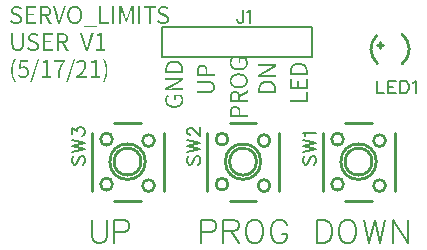
<source format=gto>
G04 Layer: TopSilkLayer*
G04 EasyEDA v6.4.19.5, 2021-05-18T22:58:39--5:00*
G04 4dc87e2bd6d7430eaf2060c118457cdd,00a5ad12733442db97615573759eb5db,10*
G04 Gerber Generator version 0.2*
G04 Scale: 100 percent, Rotated: No, Reflected: No *
G04 Dimensions in millimeters *
G04 leading zeros omitted , absolute positions ,4 integer and 5 decimal *
%FSLAX45Y45*%
%MOMM*%

%ADD10C,0.2540*%
%ADD17C,0.2032*%
%ADD18C,0.2030*%
%ADD19C,0.1524*%

%LPD*%
G36*
X1449070Y1656334D02*
G01*
X1442212Y1656130D01*
X1435658Y1655622D01*
X1429359Y1654708D01*
X1423416Y1653489D01*
X1417828Y1651863D01*
X1412494Y1649933D01*
X1407515Y1647647D01*
X1402842Y1645005D01*
X1398574Y1642008D01*
X1394561Y1638706D01*
X1390954Y1634998D01*
X1387703Y1630984D01*
X1384808Y1626616D01*
X1382268Y1621942D01*
X1380134Y1616913D01*
X1378356Y1611528D01*
X1376984Y1605838D01*
X1375968Y1599793D01*
X1375359Y1593443D01*
X1375156Y1586738D01*
X1375156Y1567180D01*
X1389126Y1567180D01*
X1389126Y1585468D01*
X1389380Y1592021D01*
X1390142Y1598117D01*
X1391412Y1603806D01*
X1393139Y1609039D01*
X1395374Y1613865D01*
X1398066Y1618284D01*
X1401216Y1622247D01*
X1404823Y1625803D01*
X1408887Y1628901D01*
X1413357Y1631594D01*
X1418285Y1633880D01*
X1423619Y1635760D01*
X1429410Y1637182D01*
X1435557Y1638249D01*
X1442110Y1638858D01*
X1449070Y1639062D01*
X1455978Y1638858D01*
X1462582Y1638249D01*
X1468780Y1637182D01*
X1474622Y1635760D01*
X1480058Y1633880D01*
X1485087Y1631594D01*
X1489710Y1628901D01*
X1493875Y1625803D01*
X1497634Y1622247D01*
X1500886Y1618284D01*
X1503730Y1613865D01*
X1506016Y1609039D01*
X1507896Y1603806D01*
X1509217Y1598117D01*
X1510030Y1592021D01*
X1510284Y1585468D01*
X1510284Y1567180D01*
X1375156Y1567180D01*
X1375156Y1550162D01*
X1524000Y1550162D01*
X1524000Y1587500D01*
X1523796Y1594104D01*
X1523187Y1600352D01*
X1522120Y1606296D01*
X1520698Y1611934D01*
X1518869Y1617218D01*
X1516634Y1622196D01*
X1514043Y1626819D01*
X1511096Y1631137D01*
X1507744Y1635150D01*
X1504035Y1638757D01*
X1500022Y1642059D01*
X1495653Y1645056D01*
X1490929Y1647698D01*
X1485849Y1649984D01*
X1480515Y1651914D01*
X1474825Y1653489D01*
X1468831Y1654708D01*
X1462532Y1655622D01*
X1455928Y1656130D01*
G37*
G36*
X1375156Y1508760D02*
G01*
X1375156Y1492758D01*
X1461414Y1492808D01*
X1484884Y1493875D01*
X1502156Y1495044D01*
X1502156Y1494028D01*
X1471676Y1477772D01*
X1375156Y1421638D01*
X1375156Y1404366D01*
X1524000Y1404366D01*
X1524000Y1420114D01*
X1436674Y1420063D01*
X1419555Y1419402D01*
X1397254Y1418082D01*
X1397254Y1419098D01*
X1427734Y1435354D01*
X1524000Y1491234D01*
X1524000Y1508760D01*
G37*
G36*
X1447800Y1368298D02*
G01*
X1447800Y1320292D01*
X1461770Y1320292D01*
X1461770Y1352804D01*
X1502410Y1352804D01*
X1506321Y1347368D01*
X1509318Y1340459D01*
X1511147Y1332636D01*
X1511808Y1324356D01*
X1511503Y1318463D01*
X1510690Y1312926D01*
X1509318Y1307693D01*
X1507439Y1302867D01*
X1505051Y1298346D01*
X1502156Y1294180D01*
X1498803Y1290421D01*
X1494942Y1286967D01*
X1490675Y1283970D01*
X1485950Y1281277D01*
X1480820Y1279042D01*
X1475282Y1277162D01*
X1469339Y1275689D01*
X1463040Y1274673D01*
X1456334Y1274013D01*
X1449324Y1273810D01*
X1442313Y1274064D01*
X1435658Y1274724D01*
X1429359Y1275842D01*
X1423466Y1277366D01*
X1417929Y1279347D01*
X1412849Y1281684D01*
X1408176Y1284427D01*
X1403959Y1287576D01*
X1400149Y1291031D01*
X1396847Y1294841D01*
X1394002Y1299006D01*
X1391615Y1303477D01*
X1389786Y1308303D01*
X1388414Y1313383D01*
X1387602Y1318717D01*
X1387348Y1324356D01*
X1388465Y1334973D01*
X1391513Y1343761D01*
X1396034Y1351076D01*
X1401572Y1357122D01*
X1390650Y1366520D01*
X1387398Y1363065D01*
X1384198Y1359154D01*
X1381150Y1354734D01*
X1378407Y1349806D01*
X1376070Y1344269D01*
X1374241Y1338173D01*
X1373022Y1331468D01*
X1372616Y1324102D01*
X1372819Y1318260D01*
X1373479Y1312621D01*
X1374546Y1307185D01*
X1376019Y1301953D01*
X1377950Y1296924D01*
X1380236Y1292148D01*
X1382877Y1287576D01*
X1385976Y1283309D01*
X1389380Y1279296D01*
X1393190Y1275537D01*
X1397355Y1272133D01*
X1401876Y1268984D01*
X1406702Y1266190D01*
X1411884Y1263700D01*
X1417421Y1261567D01*
X1423212Y1259789D01*
X1429359Y1258366D01*
X1435811Y1257350D01*
X1442567Y1256741D01*
X1449578Y1256538D01*
X1456690Y1256741D01*
X1463446Y1257350D01*
X1469948Y1258316D01*
X1476095Y1259687D01*
X1481937Y1261414D01*
X1487474Y1263497D01*
X1492656Y1265936D01*
X1497533Y1268679D01*
X1502003Y1271727D01*
X1506169Y1275130D01*
X1509928Y1278788D01*
X1513332Y1282700D01*
X1516380Y1286916D01*
X1519021Y1291386D01*
X1521307Y1296060D01*
X1523187Y1301038D01*
X1524609Y1306169D01*
X1525676Y1311554D01*
X1526336Y1317091D01*
X1526540Y1322832D01*
X1526235Y1330096D01*
X1525270Y1336954D01*
X1523746Y1343456D01*
X1521764Y1349451D01*
X1519275Y1354988D01*
X1516380Y1360017D01*
X1513078Y1364437D01*
X1509522Y1368298D01*
G37*
G36*
X1685036Y1621536D02*
G01*
X1679295Y1621282D01*
X1674012Y1620520D01*
X1669186Y1619300D01*
X1664766Y1617624D01*
X1660855Y1615490D01*
X1657299Y1612950D01*
X1654200Y1609953D01*
X1651457Y1606550D01*
X1649069Y1602740D01*
X1647088Y1598574D01*
X1645412Y1594053D01*
X1644091Y1589176D01*
X1643075Y1583944D01*
X1642414Y1578406D01*
X1642008Y1572564D01*
X1641856Y1542034D01*
X1655572Y1542034D01*
X1655724Y1570380D01*
X1656181Y1576374D01*
X1657045Y1581759D01*
X1658264Y1586636D01*
X1659839Y1590903D01*
X1661922Y1594662D01*
X1664462Y1597812D01*
X1667459Y1600403D01*
X1671015Y1602435D01*
X1675079Y1603857D01*
X1679752Y1604721D01*
X1685036Y1605026D01*
X1690319Y1604772D01*
X1695043Y1603959D01*
X1699310Y1602587D01*
X1703070Y1600657D01*
X1706372Y1598168D01*
X1709216Y1595120D01*
X1711553Y1591513D01*
X1713484Y1587296D01*
X1714957Y1582521D01*
X1715973Y1577136D01*
X1716582Y1571193D01*
X1716786Y1564640D01*
X1716786Y1542034D01*
X1641856Y1542034D01*
X1641856Y1525016D01*
X1790700Y1525016D01*
X1790700Y1542034D01*
X1730502Y1542034D01*
X1730349Y1573225D01*
X1729841Y1579016D01*
X1728978Y1584452D01*
X1727758Y1589582D01*
X1726184Y1594408D01*
X1724304Y1598879D01*
X1722018Y1602994D01*
X1719376Y1606753D01*
X1716379Y1610106D01*
X1713026Y1613052D01*
X1709318Y1615592D01*
X1705203Y1617675D01*
X1700733Y1619351D01*
X1695907Y1620570D01*
X1690674Y1621282D01*
G37*
G36*
X1641856Y1484376D02*
G01*
X1641856Y1468120D01*
X1730502Y1468120D01*
X1739138Y1467764D01*
X1746757Y1466799D01*
X1753412Y1465275D01*
X1759204Y1463141D01*
X1764131Y1460550D01*
X1768246Y1457452D01*
X1771548Y1453946D01*
X1774189Y1450035D01*
X1776171Y1445818D01*
X1777492Y1441297D01*
X1778254Y1436522D01*
X1778507Y1431544D01*
X1778254Y1426718D01*
X1777492Y1422095D01*
X1776171Y1417726D01*
X1774189Y1413611D01*
X1771548Y1409852D01*
X1768246Y1406448D01*
X1764131Y1403400D01*
X1759204Y1400860D01*
X1753412Y1398778D01*
X1746757Y1397254D01*
X1739138Y1396288D01*
X1730502Y1395984D01*
X1641856Y1395984D01*
X1641856Y1378966D01*
X1730248Y1378966D01*
X1738782Y1379220D01*
X1746605Y1380032D01*
X1753717Y1381302D01*
X1760118Y1383080D01*
X1765909Y1385265D01*
X1771040Y1387906D01*
X1775612Y1390904D01*
X1779574Y1394307D01*
X1782978Y1398016D01*
X1785823Y1402080D01*
X1788210Y1406398D01*
X1790090Y1411020D01*
X1791512Y1415846D01*
X1792478Y1420876D01*
X1793036Y1426159D01*
X1793239Y1431544D01*
X1793036Y1436979D01*
X1792478Y1442262D01*
X1791512Y1447342D01*
X1790090Y1452219D01*
X1788210Y1456842D01*
X1785823Y1461211D01*
X1782978Y1465275D01*
X1779574Y1468983D01*
X1775612Y1472387D01*
X1771040Y1475435D01*
X1765909Y1478076D01*
X1760118Y1480261D01*
X1753717Y1482039D01*
X1746605Y1483309D01*
X1738782Y1484122D01*
X1730248Y1484376D01*
G37*
G36*
X1993900Y1683766D02*
G01*
X1993900Y1635760D01*
X2007870Y1635760D01*
X2007870Y1668272D01*
X2048510Y1668272D01*
X2052421Y1662836D01*
X2055418Y1655978D01*
X2057247Y1648104D01*
X2057907Y1639824D01*
X2057603Y1633931D01*
X2056790Y1628394D01*
X2055418Y1623161D01*
X2053539Y1618335D01*
X2051151Y1613814D01*
X2048256Y1609648D01*
X2044903Y1605889D01*
X2041042Y1602435D01*
X2036775Y1599438D01*
X2032050Y1596745D01*
X2026920Y1594510D01*
X2021382Y1592630D01*
X2015439Y1591157D01*
X2009139Y1590141D01*
X2002434Y1589481D01*
X1995424Y1589278D01*
X1988413Y1589532D01*
X1981758Y1590192D01*
X1975459Y1591310D01*
X1969566Y1592834D01*
X1964029Y1594815D01*
X1958949Y1597152D01*
X1954275Y1599895D01*
X1950059Y1603044D01*
X1946249Y1606499D01*
X1942947Y1610309D01*
X1940102Y1614474D01*
X1937715Y1618945D01*
X1935886Y1623771D01*
X1934514Y1628851D01*
X1933702Y1634185D01*
X1933448Y1639824D01*
X1934565Y1650441D01*
X1937613Y1659229D01*
X1942134Y1666544D01*
X1947672Y1672589D01*
X1936750Y1681988D01*
X1933498Y1678533D01*
X1930298Y1674622D01*
X1927250Y1670202D01*
X1924507Y1665274D01*
X1922170Y1659737D01*
X1920341Y1653641D01*
X1919122Y1646936D01*
X1918716Y1639570D01*
X1918919Y1633728D01*
X1919579Y1628089D01*
X1920646Y1622653D01*
X1922119Y1617421D01*
X1924050Y1612392D01*
X1926336Y1607616D01*
X1928977Y1603044D01*
X1932076Y1598777D01*
X1935480Y1594764D01*
X1939289Y1591005D01*
X1943455Y1587601D01*
X1947976Y1584452D01*
X1952802Y1581658D01*
X1957984Y1579168D01*
X1963521Y1577035D01*
X1969312Y1575257D01*
X1975459Y1573834D01*
X1981911Y1572818D01*
X1988667Y1572209D01*
X1995678Y1572006D01*
X2002789Y1572209D01*
X2009546Y1572818D01*
X2016048Y1573784D01*
X2022195Y1575155D01*
X2028037Y1576882D01*
X2033574Y1578965D01*
X2038756Y1581404D01*
X2043633Y1584147D01*
X2048103Y1587195D01*
X2052269Y1590598D01*
X2056028Y1594256D01*
X2059432Y1598168D01*
X2062480Y1602384D01*
X2065121Y1606854D01*
X2067407Y1611528D01*
X2069287Y1616506D01*
X2070709Y1621637D01*
X2071776Y1627022D01*
X2072436Y1632559D01*
X2072639Y1638300D01*
X2072335Y1645564D01*
X2071370Y1652422D01*
X2069846Y1658924D01*
X2067864Y1664919D01*
X2065375Y1670456D01*
X2062480Y1675485D01*
X2059178Y1679905D01*
X2055622Y1683766D01*
G37*
G36*
X1995170Y1548130D02*
G01*
X1988210Y1547926D01*
X1981504Y1547368D01*
X1975104Y1546402D01*
X1968957Y1545132D01*
X1963166Y1543456D01*
X1957730Y1541475D01*
X1952548Y1539189D01*
X1947722Y1536547D01*
X1943252Y1533652D01*
X1939137Y1530451D01*
X1935378Y1526946D01*
X1931924Y1523238D01*
X1928926Y1519224D01*
X1926234Y1515008D01*
X1923999Y1510538D01*
X1922119Y1505813D01*
X1920646Y1500936D01*
X1919579Y1495856D01*
X1918919Y1490573D01*
X1918716Y1485138D01*
X1933448Y1485138D01*
X1933702Y1490218D01*
X1934514Y1495044D01*
X1935886Y1499616D01*
X1937715Y1503984D01*
X1940102Y1507998D01*
X1942947Y1511757D01*
X1946249Y1515211D01*
X1950008Y1518361D01*
X1954225Y1521206D01*
X1958898Y1523695D01*
X1963978Y1525828D01*
X1969465Y1527606D01*
X1975307Y1529029D01*
X1981555Y1530045D01*
X1988210Y1530654D01*
X1995170Y1530858D01*
X2002129Y1530654D01*
X2008784Y1530045D01*
X2015083Y1529029D01*
X2021027Y1527606D01*
X2026615Y1525828D01*
X2031746Y1523695D01*
X2036521Y1521206D01*
X2040839Y1518361D01*
X2044700Y1515211D01*
X2048103Y1511757D01*
X2051050Y1507998D01*
X2053488Y1503984D01*
X2055368Y1499616D01*
X2056790Y1495044D01*
X2057603Y1490218D01*
X2057907Y1485138D01*
X2057603Y1480108D01*
X2056790Y1475333D01*
X2055368Y1470761D01*
X2053488Y1466443D01*
X2051050Y1462430D01*
X2048103Y1458722D01*
X2044700Y1455267D01*
X2040839Y1452118D01*
X2036521Y1449324D01*
X2031746Y1446834D01*
X2026615Y1444701D01*
X2021027Y1442923D01*
X2015083Y1441500D01*
X2008784Y1440484D01*
X2002129Y1439875D01*
X1995170Y1439672D01*
X1988210Y1439875D01*
X1981555Y1440484D01*
X1975307Y1441500D01*
X1969465Y1442923D01*
X1963978Y1444701D01*
X1958898Y1446834D01*
X1954225Y1449324D01*
X1950008Y1452118D01*
X1946249Y1455267D01*
X1942947Y1458722D01*
X1940102Y1462430D01*
X1937715Y1466443D01*
X1935886Y1470761D01*
X1934514Y1475333D01*
X1933702Y1480108D01*
X1933448Y1485138D01*
X1918716Y1485138D01*
X1918919Y1479702D01*
X1919579Y1474419D01*
X1920646Y1469339D01*
X1922119Y1464462D01*
X1923999Y1459788D01*
X1926234Y1455369D01*
X1928926Y1451102D01*
X1931924Y1447139D01*
X1935378Y1443431D01*
X1939137Y1439976D01*
X1943252Y1436776D01*
X1947722Y1433880D01*
X1952548Y1431290D01*
X1957730Y1429004D01*
X1963166Y1427022D01*
X1968957Y1425397D01*
X1975104Y1424076D01*
X1981504Y1423162D01*
X1988210Y1422603D01*
X1995170Y1422400D01*
X2002180Y1422603D01*
X2008886Y1423162D01*
X2015337Y1424076D01*
X2021484Y1425397D01*
X2027326Y1427022D01*
X2032863Y1429004D01*
X2038045Y1431290D01*
X2042972Y1433880D01*
X2047493Y1436776D01*
X2051710Y1439976D01*
X2055571Y1443431D01*
X2059025Y1447139D01*
X2062175Y1451102D01*
X2064867Y1455369D01*
X2067204Y1459788D01*
X2069134Y1464462D01*
X2070658Y1469339D01*
X2071776Y1474419D01*
X2072436Y1479702D01*
X2072639Y1485138D01*
X2072436Y1490573D01*
X2071776Y1495856D01*
X2070658Y1500936D01*
X2069134Y1505813D01*
X2067204Y1510538D01*
X2064867Y1515008D01*
X2062175Y1519224D01*
X2059025Y1523238D01*
X2055571Y1526946D01*
X2051710Y1530451D01*
X2047493Y1533652D01*
X2042972Y1536547D01*
X2038045Y1539189D01*
X2032863Y1541475D01*
X2027326Y1543456D01*
X2021484Y1545132D01*
X2015337Y1546402D01*
X2008886Y1547368D01*
X2002180Y1547926D01*
G37*
G36*
X2070100Y1404366D02*
G01*
X2004314Y1366012D01*
X2002942Y1371092D01*
X2001164Y1375816D01*
X1999030Y1380185D01*
X1996541Y1384249D01*
X1993696Y1387856D01*
X1990445Y1391107D01*
X1986788Y1393901D01*
X1982774Y1396238D01*
X1978355Y1398066D01*
X1973529Y1399438D01*
X1968296Y1400251D01*
X1962657Y1400556D01*
X1955444Y1400098D01*
X1948992Y1398879D01*
X1943354Y1396796D01*
X1938375Y1393952D01*
X1934108Y1390446D01*
X1930552Y1386230D01*
X1927555Y1381404D01*
X1925218Y1375968D01*
X1923440Y1370025D01*
X1922221Y1363522D01*
X1921510Y1356614D01*
X1921256Y1349248D01*
X1921256Y1320546D01*
X1934972Y1320546D01*
X1934972Y1346454D01*
X1935327Y1354988D01*
X1936445Y1362456D01*
X1938375Y1368856D01*
X1941220Y1374190D01*
X1944979Y1378356D01*
X1949754Y1381353D01*
X1955647Y1383182D01*
X1962657Y1383792D01*
X1969617Y1383182D01*
X1975612Y1381353D01*
X1980692Y1378356D01*
X1984806Y1374190D01*
X1988007Y1368856D01*
X1990293Y1362456D01*
X1991664Y1354988D01*
X1992122Y1346454D01*
X1992122Y1320546D01*
X1921256Y1320546D01*
X1921256Y1303528D01*
X2070100Y1303528D01*
X2070100Y1320546D01*
X2005838Y1320546D01*
X2005838Y1348232D01*
X2070100Y1385570D01*
G37*
G36*
X1964436Y1273048D02*
G01*
X1958695Y1272794D01*
X1953412Y1272032D01*
X1948586Y1270812D01*
X1944166Y1269085D01*
X1940255Y1266952D01*
X1936699Y1264361D01*
X1933600Y1261364D01*
X1930857Y1257960D01*
X1928469Y1254099D01*
X1926488Y1249934D01*
X1924812Y1245362D01*
X1923491Y1240485D01*
X1922475Y1235252D01*
X1921814Y1229664D01*
X1921408Y1223822D01*
X1921256Y1193292D01*
X1934972Y1193292D01*
X1935124Y1221689D01*
X1935581Y1227683D01*
X1936445Y1233119D01*
X1937664Y1237996D01*
X1939239Y1242263D01*
X1941322Y1246022D01*
X1943862Y1249121D01*
X1946859Y1251712D01*
X1950415Y1253693D01*
X1954479Y1255115D01*
X1959152Y1255979D01*
X1964436Y1256284D01*
X1969719Y1256030D01*
X1974443Y1255217D01*
X1978710Y1253845D01*
X1982470Y1251915D01*
X1985772Y1249426D01*
X1988616Y1246428D01*
X1990953Y1242822D01*
X1992884Y1238656D01*
X1994357Y1233881D01*
X1995373Y1228547D01*
X1995982Y1222654D01*
X1996186Y1216152D01*
X1996186Y1193292D01*
X1921256Y1193292D01*
X1921256Y1176528D01*
X2070100Y1176528D01*
X2070100Y1193292D01*
X2009902Y1193292D01*
X2009749Y1224483D01*
X2009241Y1230274D01*
X2008378Y1235760D01*
X2007158Y1240891D01*
X2005584Y1245717D01*
X2003704Y1250238D01*
X2001418Y1254353D01*
X1998776Y1258112D01*
X1995779Y1261516D01*
X1992426Y1264462D01*
X1988718Y1267053D01*
X1984603Y1269136D01*
X1980133Y1270812D01*
X1975307Y1272032D01*
X1970074Y1272794D01*
G37*
G36*
X2162556Y1622806D02*
G01*
X2162556Y1606804D01*
X2248814Y1606854D01*
X2272284Y1607921D01*
X2289556Y1609090D01*
X2289556Y1608074D01*
X2259076Y1592072D01*
X2162556Y1535684D01*
X2162556Y1518412D01*
X2311400Y1518412D01*
X2311400Y1534160D01*
X2224074Y1534109D01*
X2212644Y1533804D01*
X2184654Y1532128D01*
X2184654Y1533144D01*
X2215134Y1549400D01*
X2311400Y1605280D01*
X2311400Y1622806D01*
G37*
G36*
X2236470Y1485646D02*
G01*
X2229612Y1485493D01*
X2223058Y1484934D01*
X2216759Y1484071D01*
X2210816Y1482801D01*
X2205228Y1481226D01*
X2199894Y1479296D01*
X2194915Y1477010D01*
X2190242Y1474419D01*
X2185974Y1471422D01*
X2182012Y1468120D01*
X2178354Y1464462D01*
X2175103Y1460449D01*
X2172208Y1456131D01*
X2169668Y1451457D01*
X2167534Y1446428D01*
X2165756Y1441094D01*
X2164384Y1435404D01*
X2163368Y1429359D01*
X2162759Y1423009D01*
X2162556Y1416304D01*
X2162556Y1396492D01*
X2176526Y1396492D01*
X2176526Y1414780D01*
X2176780Y1421333D01*
X2177542Y1427429D01*
X2178812Y1433118D01*
X2180539Y1438351D01*
X2182774Y1443177D01*
X2185466Y1447596D01*
X2188616Y1451559D01*
X2192223Y1455115D01*
X2196287Y1458214D01*
X2200757Y1460906D01*
X2205685Y1463192D01*
X2211019Y1465072D01*
X2216810Y1466494D01*
X2222957Y1467561D01*
X2229510Y1468170D01*
X2236470Y1468374D01*
X2243378Y1468170D01*
X2249982Y1467561D01*
X2256180Y1466494D01*
X2262022Y1465072D01*
X2267458Y1463192D01*
X2272487Y1460906D01*
X2277110Y1458214D01*
X2281275Y1455115D01*
X2285034Y1451559D01*
X2288286Y1447596D01*
X2291130Y1443177D01*
X2293416Y1438351D01*
X2295296Y1433118D01*
X2296617Y1427429D01*
X2297430Y1421333D01*
X2297684Y1414780D01*
X2297684Y1396492D01*
X2162556Y1396492D01*
X2162556Y1379728D01*
X2311400Y1379728D01*
X2311400Y1416812D01*
X2311196Y1423416D01*
X2310587Y1429715D01*
X2309520Y1435709D01*
X2308098Y1441348D01*
X2306269Y1446631D01*
X2304034Y1451610D01*
X2301443Y1456283D01*
X2298496Y1460550D01*
X2295144Y1464564D01*
X2291486Y1468170D01*
X2287422Y1471472D01*
X2283053Y1474419D01*
X2278329Y1477060D01*
X2273249Y1479346D01*
X2267915Y1481226D01*
X2262225Y1482852D01*
X2256231Y1484071D01*
X2249932Y1484934D01*
X2243328Y1485493D01*
G37*
G36*
X2503170Y1637030D02*
G01*
X2496312Y1636877D01*
X2489758Y1636318D01*
X2483459Y1635455D01*
X2477516Y1634185D01*
X2471928Y1632610D01*
X2466594Y1630680D01*
X2461615Y1628394D01*
X2456942Y1625803D01*
X2452674Y1622806D01*
X2448712Y1619504D01*
X2445054Y1615846D01*
X2441803Y1611833D01*
X2438908Y1607515D01*
X2436368Y1602841D01*
X2434234Y1597812D01*
X2432456Y1592478D01*
X2431084Y1586788D01*
X2430068Y1580743D01*
X2429459Y1574393D01*
X2429256Y1567688D01*
X2429256Y1547876D01*
X2443226Y1547876D01*
X2443226Y1566164D01*
X2443480Y1572717D01*
X2444242Y1578813D01*
X2445512Y1584502D01*
X2447239Y1589735D01*
X2449474Y1594561D01*
X2452166Y1598980D01*
X2455316Y1602943D01*
X2458923Y1606499D01*
X2462987Y1609598D01*
X2467457Y1612290D01*
X2472385Y1614576D01*
X2477719Y1616456D01*
X2483510Y1617878D01*
X2489657Y1618945D01*
X2496210Y1619554D01*
X2503170Y1619758D01*
X2510078Y1619554D01*
X2516682Y1618945D01*
X2522880Y1617878D01*
X2528722Y1616456D01*
X2534158Y1614576D01*
X2539187Y1612290D01*
X2543810Y1609598D01*
X2547975Y1606499D01*
X2551734Y1602943D01*
X2554986Y1598980D01*
X2557830Y1594561D01*
X2560116Y1589735D01*
X2561996Y1584502D01*
X2563317Y1578813D01*
X2564130Y1572717D01*
X2564384Y1566164D01*
X2564384Y1547876D01*
X2429256Y1547876D01*
X2429256Y1531112D01*
X2578100Y1531112D01*
X2578100Y1568196D01*
X2577896Y1574800D01*
X2577287Y1581099D01*
X2576220Y1587093D01*
X2574798Y1592732D01*
X2572969Y1598015D01*
X2570734Y1602994D01*
X2568143Y1607667D01*
X2565196Y1611934D01*
X2561844Y1615948D01*
X2558186Y1619554D01*
X2554122Y1622856D01*
X2549753Y1625803D01*
X2545029Y1628444D01*
X2539949Y1630730D01*
X2534615Y1632610D01*
X2528925Y1634236D01*
X2522931Y1635455D01*
X2516632Y1636318D01*
X2510028Y1636877D01*
G37*
G36*
X2563876Y1499362D02*
G01*
X2563876Y1429258D01*
X2506726Y1429258D01*
X2506726Y1486408D01*
X2492502Y1486408D01*
X2492502Y1429258D01*
X2443480Y1429258D01*
X2443480Y1497076D01*
X2429256Y1497076D01*
X2429256Y1412240D01*
X2578100Y1412240D01*
X2578100Y1499362D01*
G37*
G36*
X2563876Y1386078D02*
G01*
X2563876Y1320292D01*
X2429256Y1320292D01*
X2429256Y1303528D01*
X2578100Y1303528D01*
X2578100Y1386078D01*
G37*
G36*
X1358138Y2119884D02*
G01*
X1351686Y2119528D01*
X1345539Y2118563D01*
X1339799Y2116988D01*
X1334465Y2114854D01*
X1329588Y2112111D01*
X1325219Y2108911D01*
X1321409Y2105253D01*
X1318209Y2101138D01*
X1315618Y2096617D01*
X1313738Y2091740D01*
X1312570Y2086559D01*
X1312164Y2081022D01*
X1312926Y2073452D01*
X1314958Y2066848D01*
X1318107Y2061159D01*
X1322171Y2056282D01*
X1326845Y2052116D01*
X1331976Y2048611D01*
X1337310Y2045665D01*
X1363980Y2033778D01*
X1373936Y2029053D01*
X1378254Y2026513D01*
X1382014Y2023668D01*
X1385112Y2020366D01*
X1387398Y2016506D01*
X1388872Y2011883D01*
X1389380Y2006346D01*
X1388821Y2000859D01*
X1387144Y1995932D01*
X1384452Y1991512D01*
X1380744Y1987804D01*
X1376070Y1984806D01*
X1370533Y1982571D01*
X1364081Y1981149D01*
X1356868Y1980692D01*
X1350924Y1981047D01*
X1345133Y1982012D01*
X1339443Y1983638D01*
X1334058Y1985822D01*
X1328877Y1988515D01*
X1323949Y1991715D01*
X1319428Y1995424D01*
X1315212Y1999488D01*
X1305052Y1988057D01*
X1310030Y1983181D01*
X1315516Y1978812D01*
X1321409Y1975053D01*
X1327708Y1971852D01*
X1334363Y1969312D01*
X1341424Y1967484D01*
X1348841Y1966366D01*
X1356614Y1965960D01*
X1364030Y1966315D01*
X1370990Y1967433D01*
X1377391Y1969160D01*
X1383233Y1971548D01*
X1388516Y1974545D01*
X1393139Y1978050D01*
X1397152Y1982012D01*
X1400505Y1986432D01*
X1403146Y1991258D01*
X1405077Y1996439D01*
X1406245Y2001875D01*
X1406652Y2007616D01*
X1406042Y2015337D01*
X1404213Y2022093D01*
X1401318Y2027936D01*
X1397558Y2032965D01*
X1392936Y2037283D01*
X1387703Y2041042D01*
X1381861Y2044344D01*
X1375664Y2047239D01*
X1349756Y2058314D01*
X1345387Y2060448D01*
X1341272Y2062784D01*
X1337462Y2065528D01*
X1334211Y2068728D01*
X1331671Y2072538D01*
X1330045Y2077008D01*
X1329436Y2082292D01*
X1329944Y2087270D01*
X1331468Y2091740D01*
X1333957Y2095652D01*
X1337310Y2098954D01*
X1341475Y2101596D01*
X1346352Y2103526D01*
X1351940Y2104745D01*
X1358138Y2105152D01*
X1363319Y2104898D01*
X1368196Y2104136D01*
X1372819Y2102916D01*
X1377188Y2101291D01*
X1381302Y2099208D01*
X1385214Y2096770D01*
X1388922Y2094026D01*
X1392428Y2090928D01*
X1401572Y2101596D01*
X1397508Y2105456D01*
X1393037Y2108962D01*
X1388110Y2112060D01*
X1382826Y2114753D01*
X1377137Y2116886D01*
X1371092Y2118512D01*
X1364742Y2119528D01*
G37*
G36*
X606806Y2119884D02*
G01*
X601370Y2119680D01*
X596087Y2119020D01*
X591007Y2117953D01*
X586130Y2116480D01*
X581456Y2114600D01*
X577037Y2112365D01*
X572770Y2109673D01*
X568807Y2106676D01*
X565099Y2103221D01*
X561644Y2099462D01*
X558444Y2095347D01*
X555548Y2090877D01*
X552958Y2086051D01*
X550672Y2080869D01*
X548690Y2075434D01*
X547065Y2069642D01*
X545744Y2063496D01*
X544830Y2057095D01*
X544271Y2050389D01*
X544068Y2043430D01*
X561340Y2043430D01*
X561543Y2050389D01*
X562152Y2057044D01*
X563168Y2063292D01*
X564591Y2069134D01*
X566369Y2074621D01*
X568502Y2079701D01*
X570992Y2084374D01*
X573786Y2088591D01*
X576935Y2092350D01*
X580390Y2095652D01*
X584098Y2098497D01*
X588111Y2100884D01*
X592429Y2102713D01*
X597001Y2104085D01*
X601776Y2104898D01*
X606806Y2105152D01*
X611886Y2104898D01*
X616712Y2104085D01*
X621284Y2102713D01*
X625652Y2100884D01*
X629666Y2098497D01*
X633425Y2095652D01*
X636879Y2092350D01*
X640029Y2088591D01*
X642874Y2084374D01*
X645363Y2079701D01*
X647496Y2074621D01*
X649274Y2069134D01*
X650697Y2063292D01*
X651713Y2057044D01*
X652322Y2050389D01*
X652526Y2043430D01*
X652322Y2036470D01*
X651713Y2029815D01*
X650697Y2023516D01*
X649274Y2017572D01*
X647496Y2011984D01*
X645363Y2006854D01*
X642874Y2002078D01*
X640029Y1997760D01*
X636879Y1993900D01*
X633425Y1990496D01*
X629666Y1987550D01*
X625652Y1985162D01*
X621284Y1983232D01*
X616712Y1981809D01*
X611886Y1980996D01*
X606806Y1980692D01*
X601776Y1980996D01*
X597001Y1981809D01*
X592429Y1983232D01*
X588111Y1985162D01*
X584098Y1987550D01*
X580390Y1990496D01*
X576935Y1993900D01*
X573786Y1997760D01*
X570992Y2002078D01*
X568502Y2006854D01*
X566369Y2011984D01*
X564591Y2017572D01*
X563168Y2023516D01*
X562152Y2029815D01*
X561543Y2036470D01*
X561340Y2043430D01*
X544068Y2043430D01*
X544271Y2036419D01*
X544830Y2029714D01*
X545744Y2023262D01*
X547065Y2017115D01*
X548690Y2011273D01*
X550672Y2005736D01*
X552958Y2000554D01*
X555548Y1995627D01*
X558444Y1991106D01*
X561644Y1986889D01*
X565099Y1983028D01*
X568807Y1979574D01*
X572770Y1976424D01*
X577037Y1973732D01*
X581456Y1971395D01*
X586130Y1969465D01*
X591007Y1967941D01*
X596087Y1966823D01*
X601370Y1966163D01*
X606806Y1965960D01*
X612241Y1966163D01*
X617524Y1966823D01*
X622604Y1967941D01*
X627481Y1969465D01*
X632206Y1971395D01*
X636676Y1973732D01*
X640892Y1976424D01*
X644906Y1979574D01*
X648614Y1983028D01*
X652119Y1986889D01*
X655320Y1991106D01*
X658215Y1995627D01*
X660857Y2000554D01*
X663143Y2005736D01*
X665124Y2011273D01*
X666800Y2017115D01*
X668070Y2023262D01*
X669036Y2029714D01*
X669594Y2036419D01*
X669798Y2043430D01*
X669594Y2050389D01*
X669036Y2057095D01*
X668070Y2063496D01*
X666800Y2069642D01*
X665124Y2075434D01*
X663143Y2080869D01*
X660857Y2086051D01*
X658215Y2090877D01*
X655320Y2095347D01*
X652119Y2099462D01*
X648614Y2103221D01*
X644906Y2106676D01*
X640892Y2109673D01*
X636676Y2112365D01*
X632206Y2114600D01*
X627481Y2116480D01*
X622604Y2117953D01*
X617524Y2119020D01*
X612241Y2119680D01*
G37*
G36*
X113792Y2119884D02*
G01*
X107340Y2119528D01*
X101193Y2118563D01*
X95453Y2116988D01*
X90119Y2114854D01*
X85242Y2112111D01*
X80873Y2108911D01*
X77063Y2105253D01*
X73863Y2101138D01*
X71272Y2096617D01*
X69392Y2091740D01*
X68224Y2086559D01*
X67818Y2081022D01*
X68529Y2073452D01*
X70612Y2066848D01*
X73761Y2061159D01*
X77774Y2056282D01*
X82448Y2052116D01*
X87528Y2048611D01*
X92811Y2045665D01*
X98044Y2043175D01*
X124815Y2031441D01*
X129590Y2029053D01*
X133908Y2026513D01*
X137668Y2023668D01*
X140766Y2020366D01*
X143052Y2016506D01*
X144526Y2011883D01*
X145034Y2006346D01*
X144475Y2000859D01*
X142748Y1995932D01*
X140004Y1991512D01*
X136245Y1987804D01*
X131572Y1984806D01*
X125983Y1982571D01*
X119532Y1981149D01*
X112268Y1980692D01*
X106426Y1981047D01*
X100634Y1982012D01*
X95046Y1983638D01*
X89611Y1985822D01*
X84429Y1988515D01*
X79502Y1991715D01*
X74879Y1995424D01*
X70612Y1999488D01*
X60452Y1988057D01*
X65532Y1983181D01*
X71018Y1978812D01*
X76911Y1975053D01*
X83210Y1971852D01*
X89916Y1969312D01*
X96977Y1967484D01*
X104444Y1966366D01*
X112268Y1965960D01*
X119633Y1966315D01*
X126542Y1967433D01*
X132892Y1969160D01*
X138734Y1971548D01*
X143967Y1974545D01*
X148590Y1978050D01*
X152603Y1982012D01*
X155905Y1986432D01*
X158546Y1991258D01*
X160477Y1996439D01*
X161645Y2001875D01*
X162052Y2007616D01*
X161442Y2015337D01*
X159664Y2022093D01*
X156819Y2027936D01*
X153060Y2032965D01*
X148539Y2037283D01*
X143306Y2041042D01*
X137515Y2044344D01*
X131318Y2047239D01*
X105359Y2058314D01*
X96824Y2062784D01*
X93014Y2065528D01*
X89712Y2068728D01*
X87122Y2072538D01*
X85445Y2077008D01*
X84836Y2082292D01*
X85394Y2087270D01*
X86918Y2091740D01*
X89458Y2095652D01*
X92862Y2098954D01*
X97028Y2101596D01*
X102006Y2103526D01*
X107594Y2104745D01*
X113792Y2105152D01*
X118973Y2104898D01*
X123850Y2104136D01*
X128473Y2102916D01*
X132842Y2101291D01*
X136956Y2099208D01*
X140868Y2096770D01*
X144576Y2094026D01*
X148082Y2090928D01*
X156972Y2101596D01*
X152908Y2105456D01*
X148437Y2108962D01*
X143510Y2112060D01*
X138226Y2114753D01*
X132588Y2116886D01*
X126593Y2118512D01*
X120345Y2119528D01*
G37*
G36*
X1190244Y2117344D02*
G01*
X1190244Y2103120D01*
X1235710Y2103120D01*
X1235710Y1968500D01*
X1252728Y1968500D01*
X1252728Y2103120D01*
X1298194Y2103120D01*
X1298194Y2117344D01*
G37*
G36*
X1146302Y2117344D02*
G01*
X1146302Y1968500D01*
X1163066Y1968500D01*
X1163066Y2117344D01*
G37*
G36*
X982980Y2117344D02*
G01*
X982980Y1968500D01*
X998219Y1968500D01*
X998169Y2059330D01*
X997153Y2081530D01*
X996187Y2097532D01*
X996950Y2097532D01*
X1008634Y2063750D01*
X1037844Y1983739D01*
X1049528Y1983739D01*
X1078484Y2063750D01*
X1090422Y2097532D01*
X1091184Y2097532D01*
X1089355Y2064613D01*
X1089152Y2054352D01*
X1089152Y1968500D01*
X1104900Y1968500D01*
X1104900Y2117344D01*
X1084072Y2117344D01*
X1055116Y2036064D01*
X1044702Y2004314D01*
X1043686Y2004314D01*
X1032764Y2036064D01*
X1003553Y2117344D01*
G37*
G36*
X924560Y2117344D02*
G01*
X924560Y1968500D01*
X941324Y1968500D01*
X941324Y2117344D01*
G37*
G36*
X815594Y2117344D02*
G01*
X815594Y1968500D01*
X898398Y1968500D01*
X898398Y1982724D01*
X832612Y1982724D01*
X832612Y2117344D01*
G37*
G36*
X419354Y2117344D02*
G01*
X467106Y1968500D01*
X486409Y1968500D01*
X533908Y2117344D01*
X516890Y2117344D01*
X477520Y1986025D01*
X476758Y1986025D01*
X469188Y2010511D01*
X462026Y2035048D01*
X437134Y2117344D01*
G37*
G36*
X310388Y2117344D02*
G01*
X310388Y2103628D01*
X353314Y2103628D01*
X361848Y2103272D01*
X369316Y2102154D01*
X375716Y2100224D01*
X381050Y2097430D01*
X385216Y2093620D01*
X388213Y2088845D01*
X390042Y2082952D01*
X390652Y2075942D01*
X390042Y2068982D01*
X388213Y2062988D01*
X385216Y2057907D01*
X381050Y2053793D01*
X375716Y2050592D01*
X369316Y2048306D01*
X361848Y2046935D01*
X353314Y2046478D01*
X327406Y2046478D01*
X327406Y2103628D01*
X310388Y2103628D01*
X310388Y1968500D01*
X327406Y1968500D01*
X327406Y2032762D01*
X355092Y2032762D01*
X392430Y1968500D01*
X411226Y1968500D01*
X372872Y2034286D01*
X377952Y2035657D01*
X382676Y2037435D01*
X387045Y2039569D01*
X391109Y2042058D01*
X394716Y2044903D01*
X397967Y2048154D01*
X400761Y2051812D01*
X403098Y2055825D01*
X404926Y2060244D01*
X406298Y2065070D01*
X407111Y2070303D01*
X407416Y2075942D01*
X406958Y2083155D01*
X405739Y2089607D01*
X403656Y2095246D01*
X400812Y2100224D01*
X397306Y2104491D01*
X393090Y2108047D01*
X388264Y2111044D01*
X382828Y2113381D01*
X376885Y2115159D01*
X370382Y2116378D01*
X363474Y2117090D01*
X356108Y2117344D01*
G37*
G36*
X191770Y2117344D02*
G01*
X191770Y1968500D01*
X278892Y1968500D01*
X278892Y1982724D01*
X208788Y1982724D01*
X208788Y2039874D01*
X265684Y2039874D01*
X265684Y2054098D01*
X208788Y2054098D01*
X208788Y2103120D01*
X276606Y2103120D01*
X276606Y2117344D01*
G37*
G36*
X684276Y1951989D02*
G01*
X684276Y1940560D01*
X792226Y1940560D01*
X792226Y1951989D01*
G37*
G36*
X257048Y1891284D02*
G01*
X250596Y1890928D01*
X244449Y1889963D01*
X238709Y1888388D01*
X233375Y1886254D01*
X228498Y1883511D01*
X224180Y1880311D01*
X220319Y1876653D01*
X217119Y1872538D01*
X214528Y1868017D01*
X212648Y1863140D01*
X211480Y1857959D01*
X211074Y1852422D01*
X211785Y1844852D01*
X213867Y1838248D01*
X217017Y1832559D01*
X221030Y1827682D01*
X225704Y1823516D01*
X230784Y1820011D01*
X236067Y1817065D01*
X241300Y1814575D01*
X268071Y1802841D01*
X272846Y1800453D01*
X277164Y1797913D01*
X280924Y1795068D01*
X284022Y1791766D01*
X286308Y1787906D01*
X287782Y1783283D01*
X288290Y1777746D01*
X287731Y1772259D01*
X286004Y1767332D01*
X283260Y1762912D01*
X279552Y1759204D01*
X274828Y1756206D01*
X269240Y1753971D01*
X262788Y1752549D01*
X255524Y1752092D01*
X249682Y1752447D01*
X243890Y1753412D01*
X238302Y1755038D01*
X232867Y1757222D01*
X227685Y1759915D01*
X222758Y1763115D01*
X218135Y1766824D01*
X213867Y1770888D01*
X203708Y1759457D01*
X208788Y1754581D01*
X214274Y1750212D01*
X220167Y1746453D01*
X226466Y1743252D01*
X233171Y1740712D01*
X240233Y1738884D01*
X247700Y1737766D01*
X255524Y1737360D01*
X262890Y1737715D01*
X269798Y1738833D01*
X276148Y1740560D01*
X281990Y1742948D01*
X287223Y1745945D01*
X291846Y1749450D01*
X295859Y1753412D01*
X299161Y1757832D01*
X301802Y1762658D01*
X303733Y1767839D01*
X304901Y1773275D01*
X305308Y1779016D01*
X304698Y1786737D01*
X302920Y1793493D01*
X300075Y1799336D01*
X296316Y1804365D01*
X291795Y1808683D01*
X286562Y1812442D01*
X280771Y1815744D01*
X274574Y1818639D01*
X248615Y1829714D01*
X240080Y1834184D01*
X236270Y1836928D01*
X232968Y1840128D01*
X230378Y1843938D01*
X228701Y1848408D01*
X228092Y1853692D01*
X228650Y1858670D01*
X230174Y1863140D01*
X232714Y1867052D01*
X236067Y1870354D01*
X240284Y1872996D01*
X245211Y1874926D01*
X250850Y1876145D01*
X257048Y1876552D01*
X262229Y1876298D01*
X267106Y1875536D01*
X271729Y1874316D01*
X276098Y1872691D01*
X280212Y1870608D01*
X284124Y1868170D01*
X287832Y1865426D01*
X291338Y1862328D01*
X300228Y1872996D01*
X296164Y1876856D01*
X291693Y1880362D01*
X286766Y1883460D01*
X281482Y1886153D01*
X275844Y1888286D01*
X269849Y1889912D01*
X263601Y1890928D01*
G37*
G36*
X821436Y1888743D02*
G01*
X815340Y1885391D01*
X808329Y1882597D01*
X800455Y1880362D01*
X791464Y1878584D01*
X791464Y1867662D01*
X817625Y1867662D01*
X817625Y1753616D01*
X784352Y1753616D01*
X784352Y1739900D01*
X864362Y1739900D01*
X864362Y1753616D01*
X834136Y1753616D01*
X834136Y1888743D01*
G37*
G36*
X651510Y1888743D02*
G01*
X699262Y1739900D01*
X718566Y1739900D01*
X766064Y1888743D01*
X749046Y1888743D01*
X709676Y1757425D01*
X708660Y1757425D01*
X694182Y1806448D01*
X669036Y1888743D01*
G37*
G36*
X453643Y1888743D02*
G01*
X453643Y1875028D01*
X496570Y1875028D01*
X505104Y1874672D01*
X512572Y1873554D01*
X518972Y1871624D01*
X524306Y1868830D01*
X528472Y1865020D01*
X531469Y1860245D01*
X533298Y1854352D01*
X533908Y1847342D01*
X533298Y1840382D01*
X531469Y1834388D01*
X528472Y1829307D01*
X524306Y1825193D01*
X518972Y1821992D01*
X512572Y1819706D01*
X505104Y1818335D01*
X496570Y1817878D01*
X470662Y1817878D01*
X470662Y1875028D01*
X453643Y1875028D01*
X453643Y1739900D01*
X470662Y1739900D01*
X470662Y1804162D01*
X498348Y1804162D01*
X535686Y1739900D01*
X554482Y1739900D01*
X516128Y1805686D01*
X521208Y1807057D01*
X525932Y1808835D01*
X530301Y1810969D01*
X534365Y1813458D01*
X537972Y1816303D01*
X541223Y1819554D01*
X544017Y1823212D01*
X546354Y1827225D01*
X548182Y1831644D01*
X549554Y1836470D01*
X550367Y1841703D01*
X550672Y1847342D01*
X550214Y1854555D01*
X548995Y1861007D01*
X546912Y1866646D01*
X544068Y1871624D01*
X540562Y1875891D01*
X536346Y1879447D01*
X531520Y1882444D01*
X526084Y1884781D01*
X520141Y1886559D01*
X513638Y1887778D01*
X506730Y1888489D01*
X499364Y1888743D01*
G37*
G36*
X335026Y1888743D02*
G01*
X335026Y1739900D01*
X422148Y1739900D01*
X422148Y1754124D01*
X352044Y1754124D01*
X352044Y1811274D01*
X408940Y1811274D01*
X408940Y1825498D01*
X352044Y1825498D01*
X352044Y1874520D01*
X419862Y1874520D01*
X419862Y1888743D01*
G37*
G36*
X70866Y1888743D02*
G01*
X70866Y1800352D01*
X71120Y1791817D01*
X71932Y1783994D01*
X73202Y1776882D01*
X74980Y1770481D01*
X77165Y1764690D01*
X79806Y1759559D01*
X82804Y1754987D01*
X86207Y1751025D01*
X89916Y1747621D01*
X93980Y1744776D01*
X98298Y1742389D01*
X102920Y1740509D01*
X107746Y1739087D01*
X112776Y1738122D01*
X118059Y1737563D01*
X123444Y1737360D01*
X128879Y1737563D01*
X134162Y1738122D01*
X139242Y1739087D01*
X144119Y1740509D01*
X148742Y1742389D01*
X153111Y1744776D01*
X157175Y1747621D01*
X160883Y1751025D01*
X164287Y1754987D01*
X167335Y1759559D01*
X169976Y1764690D01*
X172161Y1770481D01*
X173939Y1776882D01*
X175209Y1783994D01*
X176022Y1791817D01*
X176276Y1800352D01*
X176276Y1888743D01*
X160020Y1888743D01*
X160020Y1800098D01*
X159664Y1791462D01*
X158699Y1783842D01*
X157175Y1777187D01*
X155041Y1771396D01*
X152450Y1766468D01*
X149352Y1762353D01*
X145846Y1759051D01*
X141935Y1756410D01*
X137718Y1754428D01*
X133197Y1753107D01*
X128422Y1752346D01*
X123444Y1752092D01*
X118618Y1752346D01*
X113995Y1753107D01*
X109626Y1754428D01*
X105511Y1756410D01*
X101752Y1759051D01*
X98348Y1762353D01*
X95300Y1766468D01*
X92760Y1771396D01*
X90678Y1777187D01*
X89154Y1783842D01*
X88188Y1791462D01*
X87884Y1800098D01*
X87884Y1888743D01*
G37*
G36*
X853694Y1677162D02*
G01*
X843534Y1672336D01*
X846734Y1666849D01*
X852474Y1655521D01*
X857351Y1643786D01*
X861466Y1631696D01*
X864717Y1619250D01*
X867156Y1606600D01*
X868781Y1593799D01*
X869594Y1580794D01*
X869594Y1567789D01*
X868781Y1554784D01*
X867156Y1541983D01*
X864717Y1529334D01*
X861466Y1516888D01*
X857351Y1504797D01*
X852474Y1493062D01*
X846734Y1481734D01*
X843534Y1476248D01*
X853694Y1471422D01*
X860298Y1482852D01*
X866140Y1494586D01*
X871219Y1506677D01*
X873506Y1512874D01*
X877316Y1525524D01*
X880262Y1538732D01*
X881380Y1545539D01*
X882903Y1559610D01*
X883412Y1574292D01*
X882903Y1588922D01*
X881380Y1602943D01*
X880262Y1609750D01*
X877316Y1622907D01*
X873506Y1635658D01*
X868781Y1647952D01*
X863346Y1659839D01*
X857097Y1671472D01*
G37*
G36*
X99568Y1677162D02*
G01*
X92862Y1665681D01*
X86969Y1653946D01*
X84277Y1647952D01*
X79552Y1635658D01*
X75692Y1622907D01*
X72745Y1609750D01*
X71628Y1602943D01*
X70104Y1588922D01*
X69596Y1574292D01*
X70104Y1559610D01*
X71628Y1545539D01*
X72745Y1538732D01*
X75692Y1525524D01*
X79552Y1512874D01*
X84277Y1500581D01*
X89814Y1488694D01*
X96113Y1477111D01*
X99568Y1471422D01*
X109728Y1476248D01*
X106527Y1481734D01*
X100787Y1493062D01*
X95910Y1504797D01*
X91795Y1516888D01*
X88544Y1529334D01*
X86106Y1541983D01*
X84480Y1554784D01*
X83667Y1567789D01*
X83667Y1580794D01*
X84480Y1593799D01*
X86106Y1606600D01*
X88544Y1619250D01*
X91795Y1631696D01*
X95910Y1643786D01*
X100787Y1655521D01*
X106527Y1666849D01*
X109728Y1672336D01*
G37*
G36*
X597408Y1672336D02*
G01*
X534670Y1475232D01*
X546862Y1475232D01*
X609600Y1672336D01*
G37*
G36*
X294640Y1672336D02*
G01*
X231902Y1475232D01*
X244094Y1475232D01*
X306832Y1672336D01*
G37*
G36*
X663448Y1662684D02*
G01*
X656742Y1662277D01*
X650544Y1661109D01*
X644804Y1659229D01*
X639368Y1656689D01*
X634288Y1653539D01*
X629462Y1649831D01*
X624789Y1645564D01*
X620268Y1640839D01*
X629920Y1631696D01*
X633272Y1635302D01*
X636778Y1638604D01*
X640486Y1641602D01*
X644347Y1644192D01*
X648411Y1646275D01*
X652678Y1647901D01*
X657098Y1648866D01*
X661670Y1649222D01*
X668426Y1648612D01*
X674217Y1646885D01*
X679094Y1644142D01*
X683006Y1640433D01*
X686054Y1635912D01*
X688187Y1630680D01*
X689457Y1624838D01*
X689864Y1618488D01*
X689711Y1614627D01*
X688441Y1606600D01*
X685850Y1598269D01*
X681888Y1589582D01*
X679399Y1585061D01*
X673404Y1575765D01*
X665937Y1565960D01*
X657047Y1555648D01*
X646633Y1544777D01*
X634746Y1533296D01*
X621284Y1521206D01*
X621284Y1511300D01*
X713232Y1511300D01*
X713232Y1525524D01*
X664667Y1525422D01*
X646176Y1524254D01*
X656691Y1534414D01*
X666343Y1544421D01*
X675132Y1554175D01*
X682955Y1563776D01*
X689762Y1573276D01*
X695502Y1582623D01*
X700024Y1591868D01*
X701852Y1596491D01*
X703376Y1601063D01*
X704545Y1605635D01*
X705408Y1610156D01*
X705967Y1614728D01*
X706120Y1619250D01*
X705764Y1625650D01*
X704799Y1631645D01*
X703173Y1637182D01*
X700938Y1642262D01*
X698093Y1646834D01*
X694690Y1650847D01*
X690727Y1654352D01*
X686257Y1657299D01*
X681278Y1659636D01*
X675792Y1661312D01*
X669848Y1662328D01*
G37*
G36*
X778764Y1660143D02*
G01*
X772668Y1656791D01*
X765657Y1653997D01*
X757783Y1651762D01*
X748792Y1649984D01*
X748792Y1639062D01*
X774954Y1639062D01*
X774954Y1525016D01*
X741680Y1525016D01*
X741680Y1511300D01*
X821690Y1511300D01*
X821690Y1525016D01*
X791464Y1525016D01*
X791464Y1660143D01*
G37*
G36*
X430784Y1660143D02*
G01*
X430784Y1645920D01*
X503682Y1645920D01*
X496773Y1635810D01*
X490575Y1625803D01*
X485089Y1615795D01*
X480263Y1605737D01*
X476097Y1595424D01*
X472490Y1584909D01*
X469493Y1573987D01*
X466953Y1562658D01*
X464972Y1550822D01*
X463397Y1538376D01*
X462280Y1525219D01*
X461518Y1511300D01*
X478790Y1511300D01*
X479450Y1525371D01*
X480415Y1538630D01*
X481685Y1551178D01*
X483412Y1563116D01*
X485648Y1574546D01*
X488492Y1585569D01*
X490118Y1591005D01*
X494030Y1601673D01*
X498703Y1612239D01*
X504291Y1622806D01*
X510895Y1633524D01*
X518515Y1644396D01*
X522732Y1649984D01*
X522732Y1660143D01*
G37*
G36*
X364490Y1660143D02*
G01*
X358394Y1656791D01*
X351434Y1653997D01*
X343509Y1651762D01*
X334518Y1649984D01*
X334518Y1639062D01*
X360680Y1639062D01*
X360680Y1525016D01*
X327406Y1525016D01*
X327406Y1511300D01*
X407416Y1511300D01*
X407416Y1525016D01*
X377190Y1525016D01*
X377190Y1660143D01*
G37*
G36*
X140462Y1660143D02*
G01*
X135636Y1591056D01*
X144780Y1585214D01*
X150977Y1589074D01*
X156921Y1591868D01*
X163118Y1593545D01*
X170180Y1594104D01*
X177088Y1593494D01*
X183286Y1591716D01*
X188722Y1588770D01*
X193294Y1584756D01*
X196951Y1579727D01*
X199694Y1573733D01*
X201371Y1566824D01*
X201930Y1559052D01*
X201269Y1551076D01*
X199339Y1543913D01*
X196342Y1537665D01*
X192328Y1532382D01*
X187452Y1528165D01*
X181914Y1525066D01*
X175768Y1523136D01*
X169164Y1522476D01*
X162915Y1522831D01*
X157175Y1523898D01*
X151993Y1525524D01*
X147269Y1527606D01*
X143002Y1530146D01*
X139039Y1532991D01*
X135432Y1536039D01*
X132080Y1539240D01*
X123698Y1528318D01*
X127609Y1524609D01*
X131978Y1521104D01*
X136804Y1517751D01*
X142240Y1514805D01*
X148285Y1512316D01*
X154990Y1510436D01*
X162458Y1509217D01*
X170688Y1508760D01*
X176784Y1509115D01*
X182778Y1510284D01*
X188569Y1512112D01*
X194106Y1514703D01*
X199237Y1518005D01*
X203911Y1521968D01*
X208127Y1526641D01*
X211734Y1531924D01*
X214680Y1537919D01*
X216865Y1544523D01*
X218236Y1551736D01*
X218694Y1559560D01*
X218287Y1567383D01*
X217119Y1574444D01*
X215188Y1580794D01*
X212598Y1586433D01*
X209397Y1591360D01*
X205638Y1595577D01*
X201320Y1599133D01*
X196596Y1602028D01*
X191465Y1604264D01*
X185978Y1605838D01*
X180238Y1606753D01*
X174244Y1607058D01*
X167640Y1606600D01*
X161696Y1605330D01*
X156210Y1603298D01*
X150876Y1600708D01*
X154940Y1645920D01*
X211582Y1645920D01*
X211582Y1660143D01*
G37*
D17*
X1676400Y306578D02*
G01*
X1676400Y112776D01*
X1676400Y306578D02*
G01*
X1759457Y306578D01*
X1787144Y297434D01*
X1796542Y288289D01*
X1805686Y269747D01*
X1805686Y242062D01*
X1796542Y223520D01*
X1787144Y214376D01*
X1759457Y204978D01*
X1676400Y204978D01*
X1866645Y306578D02*
G01*
X1866645Y112776D01*
X1866645Y306578D02*
G01*
X1949704Y306578D01*
X1977390Y297434D01*
X1986788Y288289D01*
X1995931Y269747D01*
X1995931Y251205D01*
X1986788Y232663D01*
X1977390Y223520D01*
X1949704Y214376D01*
X1866645Y214376D01*
X1931415Y214376D02*
G01*
X1995931Y112776D01*
X2112263Y306578D02*
G01*
X2093975Y297434D01*
X2075434Y278892D01*
X2066290Y260350D01*
X2056891Y232663D01*
X2056891Y186689D01*
X2066290Y158750D01*
X2075434Y140462D01*
X2093975Y121920D01*
X2112263Y112776D01*
X2149347Y112776D01*
X2167890Y121920D01*
X2186177Y140462D01*
X2195575Y158750D01*
X2204720Y186689D01*
X2204720Y232663D01*
X2195575Y260350D01*
X2186177Y278892D01*
X2167890Y297434D01*
X2149347Y306578D01*
X2112263Y306578D01*
X2404109Y260350D02*
G01*
X2394965Y278892D01*
X2376424Y297434D01*
X2358136Y306578D01*
X2321052Y306578D01*
X2302509Y297434D01*
X2284222Y278892D01*
X2274824Y260350D01*
X2265679Y232663D01*
X2265679Y186689D01*
X2274824Y158750D01*
X2284222Y140462D01*
X2302509Y121920D01*
X2321052Y112776D01*
X2358136Y112776D01*
X2376424Y121920D01*
X2394965Y140462D01*
X2404109Y158750D01*
X2404109Y186689D01*
X2358136Y186689D02*
G01*
X2404109Y186689D01*
X2654300Y306578D02*
G01*
X2654300Y112776D01*
X2654300Y306578D02*
G01*
X2719070Y306578D01*
X2746756Y297434D01*
X2765043Y278892D01*
X2774441Y260350D01*
X2783586Y232663D01*
X2783586Y186689D01*
X2774441Y158750D01*
X2765043Y140462D01*
X2746756Y121920D01*
X2719070Y112776D01*
X2654300Y112776D01*
X2899918Y306578D02*
G01*
X2881629Y297434D01*
X2863088Y278892D01*
X2853690Y260350D01*
X2844545Y232663D01*
X2844545Y186689D01*
X2853690Y158750D01*
X2863088Y140462D01*
X2881629Y121920D01*
X2899918Y112776D01*
X2937002Y112776D01*
X2955290Y121920D01*
X2973831Y140462D01*
X2983229Y158750D01*
X2992374Y186689D01*
X2992374Y232663D01*
X2983229Y260350D01*
X2973831Y278892D01*
X2955290Y297434D01*
X2937002Y306578D01*
X2899918Y306578D01*
X3053334Y306578D02*
G01*
X3099561Y112776D01*
X3145790Y306578D02*
G01*
X3099561Y112776D01*
X3145790Y306578D02*
G01*
X3191763Y112776D01*
X3237991Y306578D02*
G01*
X3191763Y112776D01*
X3298952Y306578D02*
G01*
X3298952Y112776D01*
X3298952Y306578D02*
G01*
X3428238Y112776D01*
X3428238Y306578D02*
G01*
X3428238Y112776D01*
X749300Y306578D02*
G01*
X749300Y168147D01*
X758444Y140462D01*
X776986Y121920D01*
X804671Y112776D01*
X823213Y112776D01*
X850900Y121920D01*
X869442Y140462D01*
X878586Y168147D01*
X878586Y306578D01*
X939545Y306578D02*
G01*
X939545Y112776D01*
X939545Y306578D02*
G01*
X1022604Y306578D01*
X1050289Y297434D01*
X1059687Y288289D01*
X1068831Y269747D01*
X1068831Y242062D01*
X1059687Y223520D01*
X1050289Y214376D01*
X1022604Y204978D01*
X939545Y204978D01*
D19*
X598678Y847344D02*
G01*
X588263Y836929D01*
X583184Y821436D01*
X583184Y800607D01*
X588263Y785113D01*
X598678Y774700D01*
X609092Y774700D01*
X619505Y779779D01*
X624839Y785113D01*
X629920Y795528D01*
X640334Y826770D01*
X645413Y836929D01*
X650747Y842263D01*
X661162Y847344D01*
X676655Y847344D01*
X687070Y836929D01*
X692150Y821436D01*
X692150Y800607D01*
X687070Y785113D01*
X676655Y774700D01*
X583184Y881634D02*
G01*
X692150Y907795D01*
X583184Y933704D02*
G01*
X692150Y907795D01*
X583184Y933704D02*
G01*
X692150Y959612D01*
X583184Y985520D02*
G01*
X692150Y959612D01*
X583184Y1030223D02*
G01*
X583184Y1087373D01*
X624839Y1056386D01*
X624839Y1071879D01*
X629920Y1082294D01*
X635000Y1087373D01*
X650747Y1092707D01*
X661162Y1092707D01*
X676655Y1087373D01*
X687070Y1076960D01*
X692150Y1061465D01*
X692150Y1045971D01*
X687070Y1030223D01*
X681989Y1025144D01*
X671576Y1019810D01*
X2554477Y847344D02*
G01*
X2544063Y836929D01*
X2538984Y821436D01*
X2538984Y800607D01*
X2544063Y785113D01*
X2554477Y774700D01*
X2564891Y774700D01*
X2575306Y779779D01*
X2580640Y785113D01*
X2585720Y795528D01*
X2596134Y826770D01*
X2601213Y836929D01*
X2606547Y842263D01*
X2616961Y847344D01*
X2632456Y847344D01*
X2642870Y836929D01*
X2647950Y821436D01*
X2647950Y800607D01*
X2642870Y785113D01*
X2632456Y774700D01*
X2538984Y881634D02*
G01*
X2647950Y907795D01*
X2538984Y933704D02*
G01*
X2647950Y907795D01*
X2538984Y933704D02*
G01*
X2647950Y959612D01*
X2538984Y985520D02*
G01*
X2647950Y959612D01*
X2559811Y1019810D02*
G01*
X2554477Y1030223D01*
X2538984Y1045971D01*
X2647950Y1045971D01*
X1576578Y847344D02*
G01*
X1566163Y836929D01*
X1561084Y821436D01*
X1561084Y800607D01*
X1566163Y785113D01*
X1576578Y774700D01*
X1586992Y774700D01*
X1597405Y779779D01*
X1602739Y785113D01*
X1607820Y795528D01*
X1618234Y826770D01*
X1623313Y836929D01*
X1628647Y842263D01*
X1639062Y847344D01*
X1654555Y847344D01*
X1664970Y836929D01*
X1670050Y821436D01*
X1670050Y800607D01*
X1664970Y785113D01*
X1654555Y774700D01*
X1561084Y881634D02*
G01*
X1670050Y907795D01*
X1561084Y933704D02*
G01*
X1670050Y907795D01*
X1561084Y933704D02*
G01*
X1670050Y959612D01*
X1561084Y985520D02*
G01*
X1670050Y959612D01*
X1586992Y1025144D02*
G01*
X1581912Y1025144D01*
X1571497Y1030223D01*
X1566163Y1035557D01*
X1561084Y1045971D01*
X1561084Y1066800D01*
X1566163Y1076960D01*
X1571497Y1082294D01*
X1581912Y1087373D01*
X1592326Y1087373D01*
X1602739Y1082294D01*
X1618234Y1071879D01*
X1670050Y1019810D01*
X1670050Y1092707D01*
X2033270Y2083815D02*
G01*
X2033270Y2000757D01*
X2027936Y1985010D01*
X2022856Y1979929D01*
X2012441Y1974850D01*
X2002027Y1974850D01*
X1991613Y1979929D01*
X1986279Y1985010D01*
X1981200Y2000757D01*
X1981200Y2011171D01*
X2067559Y2062987D02*
G01*
X2077720Y2068321D01*
X2093468Y2083815D01*
X2093468Y1974850D01*
X3162300Y1486915D02*
G01*
X3162300Y1377950D01*
X3162300Y1377950D02*
G01*
X3224529Y1377950D01*
X3258820Y1486915D02*
G01*
X3258820Y1377950D01*
X3258820Y1486915D02*
G01*
X3326384Y1486915D01*
X3258820Y1435100D02*
G01*
X3300475Y1435100D01*
X3258820Y1377950D02*
G01*
X3326384Y1377950D01*
X3360674Y1486915D02*
G01*
X3360674Y1377950D01*
X3360674Y1486915D02*
G01*
X3397250Y1486915D01*
X3412743Y1481836D01*
X3423158Y1471421D01*
X3428238Y1461007D01*
X3433572Y1445260D01*
X3433572Y1419352D01*
X3428238Y1403857D01*
X3423158Y1393444D01*
X3412743Y1383029D01*
X3397250Y1377950D01*
X3360674Y1377950D01*
X3467861Y1466087D02*
G01*
X3478275Y1471421D01*
X3493770Y1486915D01*
X3493770Y1377950D01*
D10*
X942055Y1130300D02*
G01*
X1166144Y1130300D01*
X749300Y555086D02*
G01*
X749300Y1045113D01*
X942055Y469900D02*
G01*
X1166144Y469900D01*
X1358900Y555086D02*
G01*
X1358900Y1045113D01*
X2897855Y1130300D02*
G01*
X3121944Y1130300D01*
X2705100Y555086D02*
G01*
X2705100Y1045113D01*
X2897855Y469900D02*
G01*
X3121944Y469900D01*
X3314700Y555086D02*
G01*
X3314700Y1045113D01*
X1919955Y1130300D02*
G01*
X2144044Y1130300D01*
X1727200Y555086D02*
G01*
X1727200Y1045113D01*
X1919955Y469900D02*
G01*
X2144044Y469900D01*
X2336800Y555086D02*
G01*
X2336800Y1045113D01*
D17*
X1536700Y1943100D02*
G01*
X1346200Y1943100D01*
X1346200Y1689100D01*
X2616200Y1689100D01*
X2616200Y1943100D01*
D18*
X2616200Y1943100D02*
G01*
X1536700Y1943100D01*
D10*
X3162300Y1790700D02*
G01*
X3213100Y1790700D01*
X3187700Y1765300D02*
G01*
X3187700Y1816100D01*
G75*
G01*
X3378200Y1625600D02*
G03*
X3378200Y1879600I-101599J127000D01*
G75*
G01*
X3162300Y1866900D02*
G03*
X3169209Y1631785I114301J-114300D01*
G75*
G01
X927100Y609600D02*
G03X927100Y609600I-50800J0D01*
G75*
G01
X1282700Y596900D02*
G03X1282700Y596900I-50800J0D01*
G75*
G01
X927100Y990600D02*
G03X927100Y990600I-50800J0D01*
G75*
G01
X1282700Y977900D02*
G03X1282700Y977900I-50800J0D01*
G75*
G01
X1168400Y800100D02*
G03X1168400Y800100I-114300J0D01*
G75*
G01
X1204214Y800100D02*
G03X1204214Y800100I-150114J0D01*
G75*
G01
X2882900Y609600D02*
G03X2882900Y609600I-50800J0D01*
G75*
G01
X3238500Y596900D02*
G03X3238500Y596900I-50800J0D01*
G75*
G01
X2882900Y990600D02*
G03X2882900Y990600I-50800J0D01*
G75*
G01
X3238500Y977900D02*
G03X3238500Y977900I-50800J0D01*
G75*
G01
X3124200Y800100D02*
G03X3124200Y800100I-114300J0D01*
G75*
G01
X3160014Y800100D02*
G03X3160014Y800100I-150114J0D01*
G75*
G01
X1905000Y609600D02*
G03X1905000Y609600I-50800J0D01*
G75*
G01
X2260600Y596900D02*
G03X2260600Y596900I-50800J0D01*
G75*
G01
X1905000Y990600D02*
G03X1905000Y990600I-50800J0D01*
G75*
G01
X2260600Y977900D02*
G03X2260600Y977900I-50800J0D01*
G75*
G01
X2146300Y800100D02*
G03X2146300Y800100I-114300J0D01*
G75*
G01
X2182114Y800100D02*
G03X2182114Y800100I-150114J0D01*
M02*

</source>
